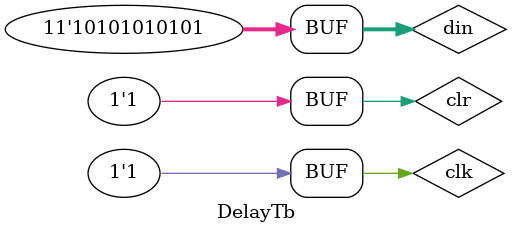
<source format=v>
 
module DelayTb;

reg [10:0] din;
wire [10:0]dout;
reg clk, clr;

Delay
#(4,11)
Test
(
.clk(clk),
.clr(clr),
.in(din),
.out(dout)
);

initial begin 

clr = 0;
din = 11'b10101010101;

end


always begin
clk = 0;
#10;
clk = 1;
#10;

end

always begin

clr = 0;
#10;
clr = 1;
#100;

end



endmodule 
</source>
